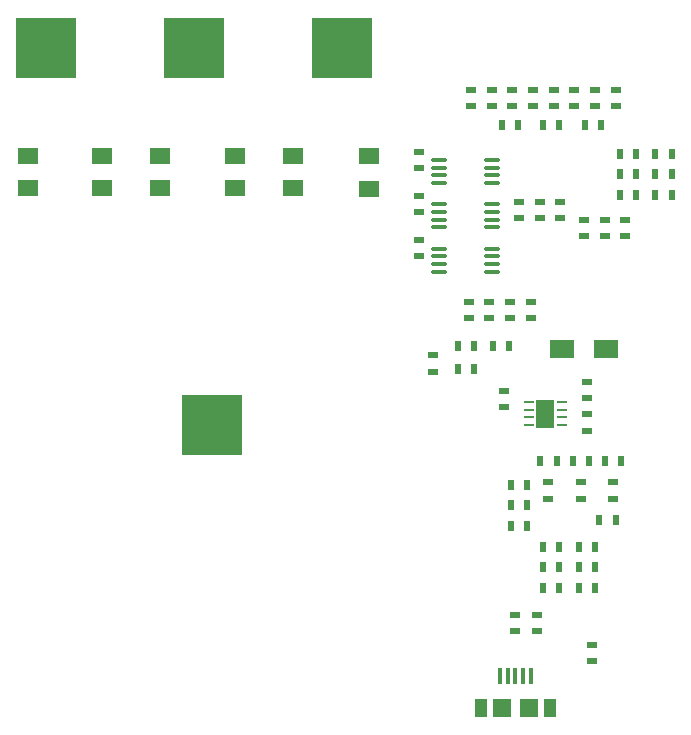
<source format=gbp>
G04 Layer_Color=128*
%FSLAX25Y25*%
%MOIN*%
G70*
G01*
G75*
%ADD13R,0.20000X0.20000*%
%ADD14R,0.01968X0.03740*%
%ADD15R,0.03740X0.01968*%
%ADD16R,0.07087X0.05512*%
%ADD76R,0.04331X0.06102*%
%ADD77R,0.05905X0.06102*%
%ADD78R,0.01575X0.05315*%
%ADD79O,0.05315X0.01575*%
%ADD80R,0.03347X0.00984*%
%ADD81R,0.06260X0.09449*%
%ADD82R,0.07874X0.06496*%
%ADD83R,0.20000X0.20000*%
D13*
X-159449Y-136811D02*
D03*
X-116142Y-10827D02*
D03*
X-214567D02*
D03*
D14*
X-31749Y-184056D02*
D03*
X-37149D02*
D03*
X-31749Y-190946D02*
D03*
X-37149D02*
D03*
X-31749Y-177166D02*
D03*
X-37149D02*
D03*
X-59787Y-170276D02*
D03*
X-54387D02*
D03*
X-48960Y-177166D02*
D03*
X-43560D02*
D03*
X-48960Y-184056D02*
D03*
X-43560D02*
D03*
X-48960Y-190946D02*
D03*
X-43560D02*
D03*
X-54387Y-163386D02*
D03*
X-59787Y-163386D02*
D03*
X-6158Y-46260D02*
D03*
X-11558D02*
D03*
X-23369D02*
D03*
X-17969D02*
D03*
X-6158Y-53150D02*
D03*
X-11558D02*
D03*
X-23369D02*
D03*
X-17969D02*
D03*
X-6158Y-60039D02*
D03*
X-11558D02*
D03*
X-23369D02*
D03*
X-17969D02*
D03*
X-77503Y-118111D02*
D03*
X-72102D02*
D03*
X-65692Y-110236D02*
D03*
X-60292D02*
D03*
X-54387Y-156496D02*
D03*
X-59787D02*
D03*
X-24859Y-168307D02*
D03*
X-30259D02*
D03*
X-57339Y-36670D02*
D03*
X-62739D02*
D03*
X-43560D02*
D03*
X-48960D02*
D03*
X-29780D02*
D03*
X-35180D02*
D03*
X-72102Y-110237D02*
D03*
X-77503D02*
D03*
X-28291Y-148622D02*
D03*
X-22891D02*
D03*
X-39117D02*
D03*
X-33717D02*
D03*
X-49944D02*
D03*
X-44544D02*
D03*
D15*
X-58268Y-205456D02*
D03*
Y-200056D02*
D03*
X-51181Y-205456D02*
D03*
Y-200056D02*
D03*
X-21654Y-73566D02*
D03*
Y-68166D02*
D03*
X-28543Y-73566D02*
D03*
Y-68166D02*
D03*
X-35433Y-73566D02*
D03*
Y-68166D02*
D03*
X-43307Y-67661D02*
D03*
Y-62261D02*
D03*
X-57087Y-67661D02*
D03*
Y-62261D02*
D03*
X-73819Y-95725D02*
D03*
Y-101125D02*
D03*
X-53150Y-95725D02*
D03*
Y-101125D02*
D03*
X-66929Y-95725D02*
D03*
Y-101125D02*
D03*
X-59252Y-30400D02*
D03*
Y-25000D02*
D03*
X-45472Y-30400D02*
D03*
Y-25000D02*
D03*
X-31693Y-30400D02*
D03*
Y-25000D02*
D03*
X-24803D02*
D03*
Y-30400D02*
D03*
X-38583Y-25000D02*
D03*
Y-30400D02*
D03*
X-52362Y-25000D02*
D03*
Y-30400D02*
D03*
X-73032D02*
D03*
Y-25000D02*
D03*
X-85630Y-118842D02*
D03*
Y-113442D02*
D03*
X-60039Y-95725D02*
D03*
Y-101125D02*
D03*
X-66142Y-25000D02*
D03*
Y-30400D02*
D03*
X-62008Y-125253D02*
D03*
Y-130653D02*
D03*
X-32677Y-215298D02*
D03*
Y-209898D02*
D03*
X-50197Y-62261D02*
D03*
Y-67661D02*
D03*
X-90551Y-80456D02*
D03*
Y-75056D02*
D03*
Y-50928D02*
D03*
Y-45528D02*
D03*
Y-65692D02*
D03*
Y-60292D02*
D03*
X-25591Y-155765D02*
D03*
Y-161165D02*
D03*
X-36417Y-155765D02*
D03*
Y-161165D02*
D03*
X-47244Y-155765D02*
D03*
Y-161165D02*
D03*
X-34449Y-122300D02*
D03*
Y-127700D02*
D03*
Y-138527D02*
D03*
Y-133127D02*
D03*
D16*
X-196063Y-46949D02*
D03*
Y-57776D02*
D03*
X-107087Y-47047D02*
D03*
Y-57874D02*
D03*
X-220866Y-46949D02*
D03*
Y-57776D02*
D03*
X-151575Y-57776D02*
D03*
Y-46949D02*
D03*
X-132283Y-57776D02*
D03*
Y-46949D02*
D03*
X-176772Y-46949D02*
D03*
Y-57776D02*
D03*
D76*
X-46850Y-231102D02*
D03*
X-69685D02*
D03*
D77*
X-62795D02*
D03*
X-53740D02*
D03*
D78*
X-63386Y-220472D02*
D03*
X-53150D02*
D03*
X-60827D02*
D03*
X-55709D02*
D03*
X-58268D02*
D03*
D79*
X-83563Y-48327D02*
D03*
X-66043Y-77854D02*
D03*
Y-80413D02*
D03*
Y-82972D02*
D03*
Y-85532D02*
D03*
X-83563Y-77854D02*
D03*
Y-80413D02*
D03*
Y-82972D02*
D03*
Y-85532D02*
D03*
X-66043Y-63090D02*
D03*
Y-65650D02*
D03*
Y-68209D02*
D03*
Y-70768D02*
D03*
X-83563Y-63090D02*
D03*
Y-65650D02*
D03*
Y-68209D02*
D03*
Y-70768D02*
D03*
X-66043Y-50886D02*
D03*
Y-53445D02*
D03*
Y-56004D02*
D03*
X-83563Y-50886D02*
D03*
Y-53445D02*
D03*
Y-56004D02*
D03*
X-66043Y-48327D02*
D03*
D80*
X-53819Y-136713D02*
D03*
Y-134153D02*
D03*
Y-131595D02*
D03*
Y-129035D02*
D03*
X-42638Y-136713D02*
D03*
Y-134153D02*
D03*
Y-131595D02*
D03*
Y-129035D02*
D03*
D81*
X-48228Y-132874D02*
D03*
D82*
X-42815Y-111221D02*
D03*
X-28051D02*
D03*
D83*
X-165354Y-10827D02*
D03*
M02*

</source>
